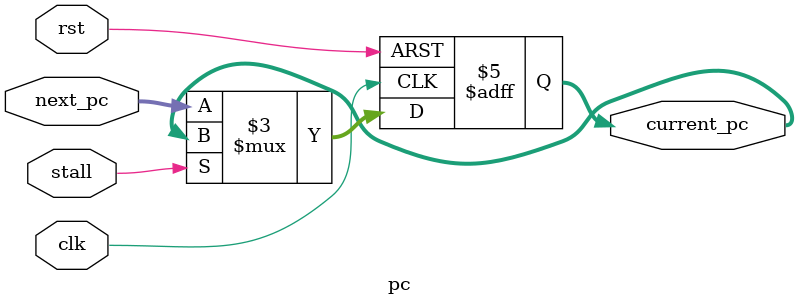
<source format=sv>
/* -.-.-.-.-.-.-.-.-.-.-.-.-.-.-.-.-.-.-.-.-.-.-.-.-.-.-.-.-.-.-.-.-.-.-.-.-.-.-.-.


* File Name : pc.sv

* Purpose :

* Creation Date : 2017-10-01

* Last Modified : Thu 04 Jan 2018 03:36:44 PM CST

* Created By :  Ji-Ying, Li

*_._._._._._._._._._._._._._._._._._._._._._._._._._._._._._._._._._._._._._._._._._.*/

module pc #(
  parameter PCWIDTH = 32
)(
  output logic [PCWIDTH - 1 : 0] current_pc,
  input [PCWIDTH - 1 : 0] next_pc,
  input stall,
  input rst,
  input clk
);

  always_ff @(posedge clk or posedge rst) begin : assign_next
    if (rst) begin
      current_pc <= {{4'h0},{(PCWIDTH-4){1'b0}}};
    end
    else if(stall) begin
      current_pc <= current_pc;
    end
    else begin
      current_pc <= next_pc;
    end
  end : assign_next
  
endmodule

</source>
